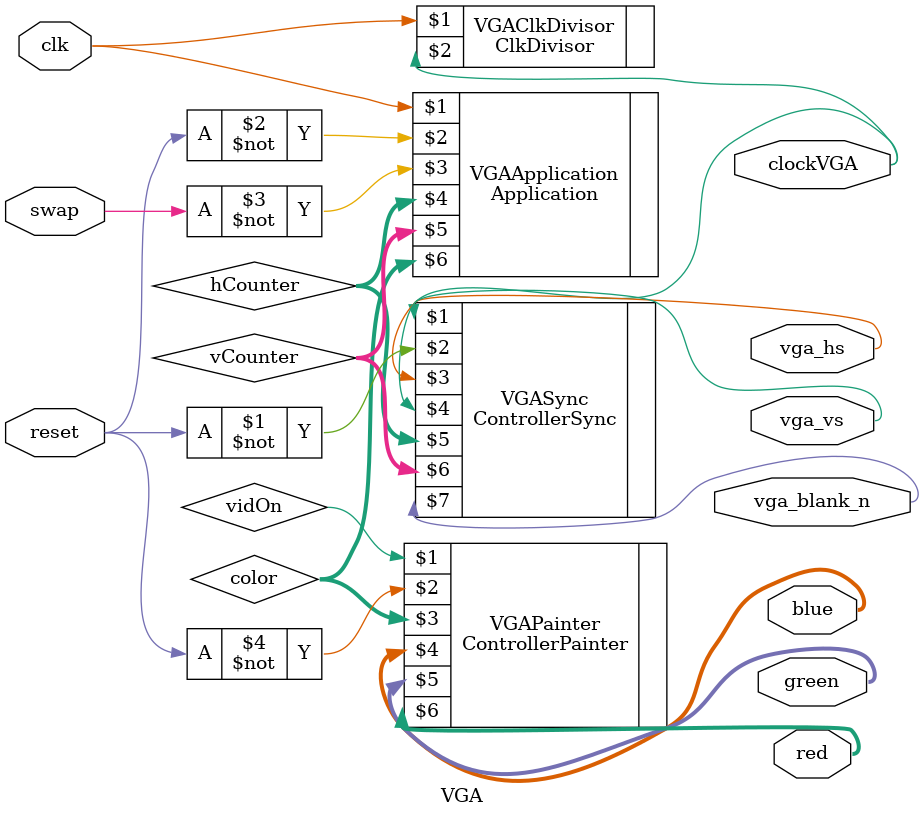
<source format=sv>
module VGA (
    input clk,  // Clock FPGA
    input reset,    //Button
    input swap, //Button
    output vga_hs,
    output vga_vs,
    output logic [7:0] red,
    output logic [7:0] green,
    output logic [7:0] blue,
    output vga_blank_n,
    output clockVGA
    );
    
    logic [9:0] hCounter, vCounter;
    logic [23:0] color;
    
    ClkDivisor VGAClkDivisor(clk,clockVGA);
    
    ControllerSync VGASync(clockVGA,~reset,
        vga_hs,vga_vs,hCounter,vCounter,vga_blank_n);
        
    Application VGAApplication(clk,~reset,~swap,hCounter,vCounter,color);
        
    ControllerPainter VGAPainter(vidOn,~reset,
        color,blue,green,red);
    
endmodule
</source>
